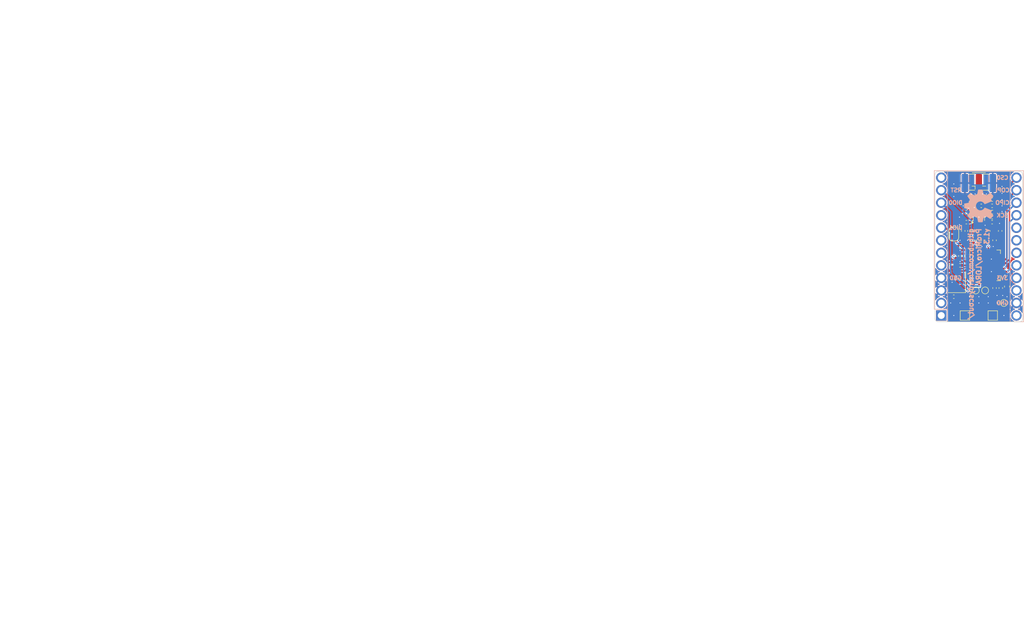
<source format=kicad_pcb>
(kicad_pcb (version 20240108) (generator "pcbnew") (generator_version "8.0")
  (title_block (title "ProMicro_LORA") (date "2025-01-05") (rev "v1.3") (company "Stefan Herold") (comment 1 "CERN-OHL-S-2.0"))
  (layers (0 "F.Cu" mixed) (1 "In1.Cu" power) (2 "In2.Cu" power) (31 "B.Cu" mixed) (34 "B.Paste" user) (35 "F.Paste" user) (36 "B.SilkS" user "B.Silkscreen") (37 "F.SilkS" user "F.Silkscreen") (38 "B.Mask" user) (39 "F.Mask" user) (44 "Edge.Cuts" user))
  (net 0 "")
  (net 1 "GND")
  (net 3 "RFO_HF")
  (net 4 "Net-(C3-Pad1)")
  (net 6 "Net-(C12-Pad2)")
  (net 7 "Net-(C6-Pad1)")
  (net 11 "Net-(C10-Pad1)")
  (net 14 "+3V3")
  (net 17 "VR_PA")
  (net 18 "RFI-HF")
  (net 23 "Net-(U1-XTB)")
  (net 24 "CS0")
  (net 25 "COPI")
  (net 26 "CIPO")
  (net 27 "SCK")
  (net 28 "DIO1")
  (net 29 "DIO0")
  (net 30 "RFRST")
  (net 31 "Net-(U1-XTA)")
  (net 32 "Net-(U2-J2)")
  (net 33 "Net-(U2-J3)")
  (net 34 "Net-(U2-J1)")
  (net 35 "Net-(J1-Pin_1)")
  (net 36 "Net-(U2-V1)")
  (net 37 "Net-(U1-VR_DIG)")
  (net 38 "Net-(U1-VR_ANA)")
  (net 39 "Net-(JP1-A)")
  (net 40 "Net-(U1-RXTX{slash}RF_MOD)")
  (net 41 "Net-(U1-DIO2)")
  (net 42 "Net-(U1-DIO3)")
  (net 43 "Net-(U1-DIO5)")
  (footprint "Capacitor_SMD:C_0402_1005Metric" (layer "F.Cu") (at 221.015 77.945 180)
    (property "Reference" "C11" (hide yes))
    (property "Value" "DNP" (hide yes))
    (pad "1" smd roundrect (at -0.48 0 180) (size 0.56 0.62) (layers "F.Cu" "F.Paste" "F.Mask") (net 35 "Net-(J1-Pin_1)"))
    (pad "2" smd roundrect (at 0.48 0 180) (size 0.56 0.62) (layers "F.Cu" "F.Paste" "F.Mask") (net 1 "GND"))
  )
  (footprint "Inductor_SMD:L_0402_1005Metric" (layer "F.Cu") (at 223.555 84.295 -90)
    (property "Reference" "L2" (hide yes))
    (property "Value" "10nH" (hide yes))
    (pad "1" smd roundrect (at -0.485 0 270) (size 0.59 0.64) (layers "F.Cu" "F.Paste" "F.Mask") (net 4 "Net-(C3-Pad1)"))
    (pad "2" smd roundrect (at 0.485 0 270) (size 0.59 0.64) (layers "F.Cu" "F.Paste" "F.Mask") (net 6 "Net-(C12-Pad2)"))
  )
  (footprint "Inductor_SMD:L_0402_1005Metric" (layer "F.Cu") (at 222.285 84.295 90)
    (property "Reference" "L4" (hide yes))
    (property "Value" "6.2nH" (hide yes))
    (pad "1" smd roundrect (at -0.485 0 90) (size 0.59 0.64) (layers "F.Cu" "F.Paste" "F.Mask") (net 6 "Net-(C12-Pad2)"))
    (pad "2" smd roundrect (at 0.485 0 90) (size 0.59 0.64) (layers "F.Cu" "F.Paste" "F.Mask") (net 33 "Net-(U2-J3)"))
  )
  (footprint "Resistor_SMD:R_0402_1005Metric" (layer "F.Cu") (at 225.61 80.485 180)
    (property "Reference" "R1" (hide yes))
    (property "Value" "1k" (hide yes))
    (pad "1" smd roundrect (at -0.51 0 180) (size 0.54 0.64) (layers "F.Cu" "F.Paste" "F.Mask") (net 40 "Net-(U1-RXTX{slash}RF_MOD)"))
    (pad "2" smd roundrect (at 0.51 0 180) (size 0.54 0.64) (layers "F.Cu" "F.Paste" "F.Mask") (net 36 "Net-(U2-V1)"))
  )
  (footprint "Capacitor_SMD:C_0402_1005Metric" (layer "F.Cu") (at 219.745 84.295 90)
    (property "Reference" "C5" (hide yes))
    (property "Value" "4.7pF" (hide yes))
    (pad "1" smd roundrect (at -0.48 0 90) (size 0.56 0.62) (layers "F.Cu" "F.Paste" "F.Mask") (net 6 "Net-(C12-Pad2)"))
    (pad "2" smd roundrect (at 0.48 0 90) (size 0.56 0.62) (layers "F.Cu" "F.Paste" "F.Mask") (net 1 "GND"))
  )
  (footprint "Inductor_SMD:L_0402_1005Metric" (layer "F.Cu") (at 226.095 84.295 90)
    (property "Reference" "L3" (hide yes))
    (property "Value" "10nH" (hide yes))
    (pad "1" smd roundrect (at -0.485 0 90) (size 0.59 0.64) (layers "F.Cu" "F.Paste" "F.Mask") (net 18 "RFI-HF"))
    (pad "2" smd roundrect (at 0.485 0 90) (size 0.59 0.64) (layers "F.Cu" "F.Paste" "F.Mask") (net 7 "Net-(C6-Pad1)"))
  )
  (footprint "Capacitor_SMD:C_0402_1005Metric" (layer "F.Cu") (at 225.61 77.945)
    (property "Reference" "C10" (hide yes))
    (property "Value" "DNP" (hide yes))
    (pad "1" smd roundrect (at -0.48 0) (size 0.56 0.62) (layers "F.Cu" "F.Paste" "F.Mask") (net 11 "Net-(C10-Pad1)"))
    (pad "2" smd roundrect (at 0.48 0) (size 0.56 0.62) (layers "F.Cu" "F.Paste" "F.Mask") (net 1 "GND"))
  )
  (footprint "Package_TO_SOT_SMD:SOT-363_SC-70-6" (layer "F.Cu") (at 222.92 81.501 90)
    (property "Reference" "U2" (hide yes))
    (property "Value" "AS179-92LF" (hide yes))
    (pad "1" smd roundrect (at -0.95 -0.65 90) (size 0.65 0.4) (layers "F.Cu" "F.Paste" "F.Mask") (net 33 "Net-(U2-J3)"))
    (pad "2" smd roundrect (at -0.95 0 90) (size 0.65 0.4) (layers "F.Cu" "F.Paste" "F.Mask") (net 1 "GND"))
    (pad "3" smd roundrect (at -0.95 0.65 90) (size 0.65 0.4) (layers "F.Cu" "F.Paste" "F.Mask") (net 32 "Net-(U2-J2)"))
    (pad "4" smd roundrect (at 0.95 0.65 90) (size 0.65 0.4) (layers "F.Cu" "F.Paste" "F.Mask") (net 36 "Net-(U2-V1)"))
    (pad "5" smd roundrect (at 0.95 0 90) (size 0.65 0.4) (layers "F.Cu" "F.Paste" "F.Mask") (net 34 "Net-(U2-J1)"))
    (pad "6" smd roundrect (at 0.95 -0.65 90) (size 0.65 0.4) (layers "F.Cu" "F.Paste" "F.Mask") (net 14 "+3V3"))
  )
  (footprint "Capacitor_SMD:C_0402_1005Metric" (layer "F.Cu") (at 225.61 82.517)
    (property "Reference" "C7" (hide yes))
    (property "Value" "47pF" (hide yes))
    (pad "1" smd roundrect (at -0.48 0) (size 0.56 0.62) (layers "F.Cu" "F.Paste" "F.Mask") (net 32 "Net-(U2-J2)"))
    (pad "2" smd roundrect (at 0.48 0) (size 0.56 0.62) (layers "F.Cu" "F.Paste" "F.Mask") (net 7 "Net-(C6-Pad1)"))
  )
  (footprint "TestPoint:TestPoint_Pad_D1.0mm" (layer "F.Cu") (at 228 98.9)
    (property "Reference" "TP4" (hide yes))
    (property "Value" "DIO5")
    (pad "1" smd circle (at 0 0) (size 1 1) (layers "F.Cu" "F.Mask") (net 43 "Net-(U1-DIO5)"))
  )
  (footprint "Capacitor_SMD:C_0402_1005Metric" (layer "F.Cu") (at 222.793 86.2 90)
    (property "Reference" "C15" (hide yes))
    (property "Value" "47p" (hide yes))
    (pad "1" smd roundrect (at -0.48 0 90) (size 0.56 0.62) (layers "F.Cu" "F.Paste" "F.Mask") (net 14 "+3V3"))
    (pad "2" smd roundrect (at 0.48 0 90) (size 0.56 0.62) (layers "F.Cu" "F.Paste" "F.Mask") (net 1 "GND"))
  )
  (footprint "Capacitor_SMD:C_0402_1005Metric" (layer "F.Cu") (at 220.38 82.517 180)
    (property "Reference" "C8" (hide yes))
    (property "Value" "1.8pF" (hide yes))
    (pad "1" smd roundrect (at -0.48 0 180) (size 0.56 0.62) (layers "F.Cu" "F.Paste" "F.Mask") (net 33 "Net-(U2-J3)"))
    (pad "2" smd roundrect (at 0.48 0 180) (size 0.56 0.62) (layers "F.Cu" "F.Paste" "F.Mask") (net 1 "GND"))
  )
  (footprint "Capacitor_SMD:C_0402_1005Metric" (layer "F.Cu") (at 221.65 86.2 -90)
    (property "Reference" "C16" (hide yes))
    (property "Value" "100n" (hide yes))
    (pad "1" smd roundrect (at -0.48 0 270) (size 0.56 0.62) (layers "F.Cu" "F.Paste" "F.Mask") (net 1 "GND"))
    (pad "2" smd roundrect (at 0.48 0 270) (size 0.56 0.62) (layers "F.Cu" "F.Paste" "F.Mask") (net 14 "+3V3"))
  )
  (footprint "TestPoint:TestPoint_Pad_D1.0mm" (layer "F.Cu") (at 224.19 96.36)
    (property "Reference" "TP3" (hide yes))
    (property "Value" "DIO3")
    (pad "1" smd circle (at 0 0) (size 1 1) (layers "F.Cu" "F.Mask") (net 42 "Net-(U1-DIO3)"))
  )
  (footprint "Capacitor_SMD:C_0402_1005Metric" (layer "F.Cu") (at 218.475 89.375 90)
    (property "Reference" "C18" (hide yes))
    (property "Value" "47p" (hide yes))
    (pad "1" smd roundrect (at -0.48 0 90) (size 0.56 0.62) (layers "F.Cu" "F.Paste" "F.Mask") (net 14 "+3V3"))
    (pad "2" smd roundrect (at 0.48 0 90) (size 0.56 0.62) (layers "F.Cu" "F.Paste" "F.Mask") (net 1 "GND"))
  )
  (footprint "Capacitor_SMD:C_0402_1005Metric" (layer "F.Cu") (at 225.61 79.215)
    (property "Reference" "C13" (hide yes))
    (property "Value" "1nF" (hide yes))
    (pad "1" smd roundrect (at -0.48 0) (size 0.56 0.62) (layers "F.Cu" "F.Paste" "F.Mask") (net 36 "Net-(U2-V1)"))
    (pad "2" smd roundrect (at 0.48 0) (size 0.56 0.62) (layers "F.Cu" "F.Paste" "F.Mask") (net 1 "GND"))
  )
  (footprint "Capacitor_SMD:C_0402_1005Metric" (layer "F.Cu") (at 217.84 97.63 180)
    (property "Reference" "C1" (hide yes))
    (property "Value" "15p" (hide yes))
    (pad "1" smd roundrect (at -0.48 0 180) (size 0.56 0.62) (layers "F.Cu" "F.Paste" "F.Mask") (net 23 "Net-(U1-XTB)"))
    (pad "2" smd roundrect (at 0.48 0 180) (size 0.56 0.62) (layers "F.Cu" "F.Paste" "F.Mask") (net 1 "GND"))
  )
  (footprint "Capacitor_SMD:C_0402_1005Metric" (layer "F.Cu") (at 226.095 86.2 90)
    (property "Reference" "C2" (hide yes))
    (property "Value" "1.5pF" (hide yes))
    (pad "1" smd roundrect (at -0.48 0 90) (size 0.56 0.62) (layers "F.Cu" "F.Paste" "F.Mask") (net 1 "GND"))
    (pad "2" smd roundrect (at 0.48 0 90) (size 0.56 0.62) (layers "F.Cu" "F.Paste" "F.Mask") (net 3 "RFO_HF"))
  )
  (footprint "Capacitor_SMD:C_0402_1005Metric" (layer "F.Cu") (at 219.11 91.28 180)
    (property "Reference" "C20" (hide yes))
    (property "Value" "100n" (hide yes))
    (pad "1" smd roundrect (at -0.48 0 180) (size 0.56 0.62) (layers "F.Cu" "F.Paste" "F.Mask") (net 37 "Net-(U1-VR_DIG)"))
    (pad "2" smd roundrect (at 0.48 0 180) (size 0.56 0.62) (layers "F.Cu" "F.Paste" "F.Mask") (net 1 "GND"))
  )
  (footprint "Capacitor_SMD:C_0402_1005Metric" (layer "F.Cu") (at 227.365 95.875 -90)
    (property "Reference" "C22" (hide yes))
    (property "Value" "1µ" (hide yes))
    (pad "1" smd roundrect (at -0.48 0 270) (size 0.56 0.62) (layers "F.Cu" "F.Paste" "F.Mask") (net 14 "+3V3"))
    (pad "2" smd roundrect (at 0.48 0 270) (size 0.56 0.62) (layers "F.Cu" "F.Paste" "F.Mask") (net 1 "GND"))
  )
  (footprint "Capacitor_SMD:C_0402_1005Metric" (layer "F.Cu") (at 219.11 87.47 180)
    (property "Reference" "C21" (hide yes))
    (property "Value" "100n" (hide yes))
    (pad "1" smd roundrect (at -0.48 0 180) (size 0.56 0.62) (layers "F.Cu" "F.Paste" "F.Mask") (net 38 "Net-(U1-VR_ANA)"))
    (pad "2" smd roundrect (at 0.48 0 180) (size 0.56 0.62) (layers "F.Cu" "F.Paste" "F.Mask") (net 1 "GND"))
  )
  (footprint "Capacitor_SMD:C_0402_1005Metric" (layer "F.Cu") (at 219.745 89.375 -90)
    (property "Reference" "C19" (hide yes))
    (property "Value" "100n" (hide yes))
    (pad "1" smd roundrect (at -0.48 0 270) (size 0.56 0.62) (layers "F.Cu" "F.Paste" "F.Mask") (net 1 "GND"))
    (pad "2" smd roundrect (at 0.48 0 270) (size 0.56 0.62) (layers "F.Cu" "F.Paste" "F.Mask") (net 14 "+3V3"))
  )
  (footprint "Capacitor_SMD:C_0402_1005Metric" (layer "F.Cu") (at 220.38 80.485 180)
    (property "Reference" "C14" (hide yes))
    (property "Value" "1nF" (hide yes))
    (pad "1" smd roundrect (at -0.48 0 180) (size 0.56 0.62) (layers "F.Cu" "F.Paste" "F.Mask") (net 14 "+3V3"))
    (pad "2" smd roundrect (at 0.48 0 180) (size 0.56 0.62) (layers "F.Cu" "F.Paste" "F.Mask") (net 1 "GND"))
  )
  (footprint "Capacitor_SMD:C_0402_1005Metric" (layer "F.Cu") (at 221.015 84.295 -90)
    (property "Reference" "C12" (hide yes))
    (property "Value" "1.2pF" (hide yes))
    (pad "1" smd roundrect (at -0.48 0 270) (size 0.56 0.62) (layers "F.Cu" "F.Paste" "F.Mask") (net 33 "Net-(U2-J3)"))
    (pad "2" smd roundrect (at 0.48 0 270) (size 0.56 0.62) (layers "F.Cu" "F.Paste" "F.Mask") (net 6 "Net-(C12-Pad2)"))
  )
  (footprint "Inductor_SMD:L_0402_1005Metric" (layer "F.Cu") (at 224.825 86.2 -90)
    (property "Reference" "L1" (hide yes))
    (property "Value" "33nH" (hide yes))
    (pad "1" smd roundrect (at -0.485 0 270) (size 0.59 0.64) (layers "F.Cu" "F.Paste" "F.Mask") (net 3 "RFO_HF"))
    (pad "2" smd roundrect (at 0.485 0 270) (size 0.59 0.64) (layers "F.Cu" "F.Paste" "F.Mask") (net 17 "VR_PA"))
  )
  (footprint "Capacitor_SMD:C_0402_1005Metric" (layer "F.Cu") (at 217.332 91.13 90)
    (property "Reference" "C4" (hide yes))
    (property "Value" "15p" (hide yes))
    (pad "1" smd roundrect (at -0.48 0 90) (size 0.56 0.62) (layers "F.Cu" "F.Paste" "F.Mask") (net 31 "Net-(U1-XTA)"))
    (pad "2" smd roundrect (at 0.48 0 90) (size 0.56 0.62) (layers "F.Cu" "F.Paste" "F.Mask") (net 1 "GND"))
  )
  (footprint "Capacitor_SMD:C_0603_1608Metric" (layer "F.Cu") (at 228.635 95.5725 -90)
    (property "Reference" "C23" (hide yes))
    (property "Value" "10µ" (hide yes))
    (pad "1" smd roundrect (at -0.775 0 270) (size 0.9 0.95) (layers "F.Cu" "F.Paste" "F.Mask") (net 14 "+3V3"))
    (pad "2" smd roundrect (at 0.775 0 270) (size 0.9 0.95) (layers "F.Cu" "F.Paste" "F.Mask") (net 1 "GND"))
  )
  (footprint "Capacitor_SMD:C_0402_1005Metric" (layer "F.Cu") (at 226.095 95.875 90)
    (property "Reference" "C17" (hide yes))
    (property "Value" "100n" (hide yes))
    (pad "1" smd roundrect (at -0.48 0 90) (size 0.56 0.62) (layers "F.Cu" "F.Paste" "F.Mask") (net 1 "GND"))
    (pad "2" smd roundrect (at 0.48 0 90) (size 0.56 0.62) (layers "F.Cu" "F.Paste" "F.Mask") (net 14 "+3V3"))
  )
  (footprint "Capacitor_SMD:C_0402_1005Metric" (layer "F.Cu") (at 223.405 79.215 180)
    (property "Reference" "C9" (hide yes))
    (property "Value" "47p" (hide yes))
    (pad "1" smd roundrect (at -0.48 0 180) (size 0.56 0.62) (layers "F.Cu" "F.Paste" "F.Mask") (net 11 "Net-(C10-Pad1)"))
    (pad "2" smd roundrect (at 0.48 0 180) (size 0.56 0.62) (layers "F.Cu" "F.Paste" "F.Mask") (net 34 "Net-(U2-J1)"))
  )
  (footprint "Capacitor_SMD:C_0402_1005Metric" (layer "F.Cu") (at 225.61 81.501 180)
    (property "Reference" "C6" (hide yes))
    (property "Value" "3.3pF" (hide yes))
    (pad "1" smd roundrect (at -0.48 0 180) (size 0.56 0.62) (layers "F.Cu" "F.Paste" "F.Mask") (net 7 "Net-(C6-Pad1)"))
    (pad "2" smd roundrect (at 0.48 0 180) (size 0.56 0.62) (layers "F.Cu" "F.Paste" "F.Mask") (net 1 "GND"))
  )
  (footprint "Capacitor_SMD:C_0402_1005Metric" (layer "F.Cu") (at 224.825 84.295 -90)
    (property "Reference" "C3" (hide yes))
    (property "Value" "33pF" (hide yes))
    (pad "1" smd roundrect (at -0.48 0 270) (size 0.56 0.62) (layers "F.Cu" "F.Paste" "F.Mask") (net 4 "Net-(C3-Pad1)"))
    (pad "2" smd roundrect (at 0.48 0 270) (size 0.56 0.62) (layers "F.Cu" "F.Paste" "F.Mask") (net 3 "RFO_HF"))
  )
  (footprint "TestPoint:TestPoint_Pad_D1.0mm" (layer "F.Cu") (at 222.285 96.36)
    (property "Reference" "TP2" (hide yes))
    (property "Value" "DIO2")
    (pad "1" smd circle (at 0 0) (size 1 1) (layers "F.Cu" "F.Mask") (net 41 "Net-(U1-DIO2)"))
  )
  (footprint "TestPoint:TestPoint_Pad_1.5x1.5mm" (layer "F.Cu") (at 220.09298 101.44)
    (property "Reference" "TP5" (hide yes))
    (property "Value" "TestPoint" (hide yes))
    (pad "1" smd rect (at 0 0) (size 1.5 1.5) (layers "F.Cu" "F.Mask") (net 1 "GND"))
  )
  (footprint "TestPoint:TestPoint_Pad_1.5x1.5mm" (layer "F.Cu") (at 225.7394 101.44)
    (property "Reference" "TP6" (hide yes))
    (property "Value" "TestPoint" (hide yes))
    (pad "1" smd rect (at 0 0) (size 1.5 1.5) (layers "F.Cu" "F.Mask") (net 1 "GND"))
  )
  (footprint "Capacitor_SMD:C_0402_1005Metric" (layer "F.Cu") (at 227.238 84.295 90)
    (property "Reference" "C24" (hide yes))
    (property "Value" "DNP" (hide yes))
    (pad "1" smd roundrect (at -0.48 0 90) (size 0.56 0.62) (layers "F.Cu" "F.Paste" "F.Mask") (net 18 "RFI-HF"))
    (pad "2" smd roundrect (at 0.48 0 90) (size 0.56 0.62) (layers "F.Cu" "F.Paste" "F.Mask") (net 1 "GND"))
  )
  (footprint "Capacitor_SMD:C_0402_1005Metric" (layer "F.Cu") (at 223.809 86.2 90)
    (property "Reference" "C25" (hide yes))
    (property "Value" "F" (hide yes))
    (pad "1" smd roundrect (at -0.48 0 90) (size 0.56 0.62) (layers "F.Cu" "F.Paste" "F.Mask") (net 17 "VR_PA"))
    (pad "2" smd roundrect (at 0.48 0 90) (size 0.56 0.62) (layers "F.Cu" "F.Paste" "F.Mask") (net 1 "GND"))
  )
  (footprint "Connector_Coaxial:U.FL_Hirose_U.FL-R-SMT-1_Vertical" (layer "F.Cu") (at 222.92 74.335 90)
    (property "Reference" "J1" (hide yes))
    (property "Value" "SMA" (hide yes))
    (pad "1" smd roundrect (at -1.05 0 90) (size 1.05 1) (layers "F.Cu" "F.Paste" "F.Mask") (net 35 "Net-(J1-Pin_1)"))
    (pad "2" smd roundrect (at 0.475 -1.475 90) (size 2.2 1.05) (layers "F.Cu" "F.Paste" "F.Mask") (roundrect_rratio 0.2380952381) (net 1 "GND"))
    (pad "2" smd roundrect (at 0.475 1.475 90) (size 2.2 1.05) (layers "F.Cu" "F.Paste" "F.Mask") (roundrect_rratio 0.2380952381) (net 1 "GND"))
    (zone (net 0) (net_name "") (layers "*.Cu") (connect_pads (clearance 0)) (min_thickness 0.25)
      (keepout (tracks not_allowed) (vias not_allowed) (pads not_allowed) (copperpour not_allowed) (footprints allowed))
      (fill (thermal_gap 0.5) (thermal_bridge_width 0.5))
      (polygon (pts (xy 221.97 72.76) (xy 221.97 74.85) (xy 223.87 74.85) (xy 223.87 72.76)))
    )
  )
  (footprint "Connector_Coaxial:SMA_Samtec_SMA-J-P-H-ST-EM1_EdgeMount" (layer "F.Cu") (at 222.92 74.335 90)
    (property "Reference" "J2" (hide yes))
    (property "Value" "COAX" (hide yes))
    (pad "1" smd roundrect (at 0 0 180) (size 1.27 3.2) (layers "F.Cu" "F.Mask") (roundrect_rratio 0.1968503937) (net 35 "Net-(J1-Pin_1)"))
    (pad "2" smd roundrect (at -0.25 -2.825 180) (size 1.35 3.7) (layers "F.Cu" "F.Mask") (roundrect_rratio 0.1851851852) (net 1 "GND"))
    (pad "2" smd roundrect (at -0.25 -2.825 180) (size 1.35 3.7) (layers "B.Cu" "B.Mask") (roundrect_rratio 0.1851851852) (net 1 "GND"))
    (pad "2" smd roundrect (at -0.25 2.825 180) (size 1.35 3.7) (layers "F.Cu" "F.Mask") (roundrect_rratio 0.1851851852) (net 1 "GND"))
    (pad "2" smd roundrect (at -0.25 2.825 180) (size 1.35 3.7) (layers "B.Cu" "B.Mask") (roundrect_rratio 0.1851851852) (net 1 "GND"))
  )
  (footprint "Inductor_SMD:L_0402_1005Metric" (layer "F.Cu") (at 223.405 77.945 180)
    (property "Reference" "L5" (hide yes))
    (property "Value" "0R" (hide yes))
    (pad "1" smd roundrect (at -0.485 0 180) (size 0.59 0.64) (layers "F.Cu" "F.Paste" "F.Mask") (net 11 "Net-(C10-Pad1)"))
    (pad "2" smd roundrect (at 0.485 0 180) (size 0.59 0.64) (layers "F.Cu" "F.Paste" "F.Mask") (net 35 "Net-(J1-Pin_1)"))
  )
  (footprint "Jumper:SolderJumper-2_P1.3mm_Open_RoundedPad1.0x1.5mm" (layer "F.Cu") (at 217.84 84.93 90)
    (property "Reference" "JP1" (hide yes))
    (property "Value" "SolderJumper_2_Open" (hide yes))
    (pad "1" smd custom (at -0.65 0 90) (size 1 0.5) (layers "F.Cu" "F.Mask") (net 39 "Net-(JP1-A)") (options (clearance outline) (anchor rect)) (primitives (gr_circle (center 0 0.25) (end 0.5 0.25) (width 0) (fill yes)) (gr_circle (center 0 -0.25) (end 0.5 -0.25) (width 0) (fill yes)) (gr_poly (pts (xy 0.5 0.75) (xy 0 0.75) (xy 0 -0.75) (xy 0.5 -0.75)) (width 0) (fill yes))))
    (pad "2" smd custom (at 0.65 0 90) (size 1 0.5) (layers "F.Cu" "F.Mask") (net 28 "DIO1") (options (clearance outline) (anchor rect)) (primitives (gr_circle (center 0 0.25) (end 0.5 0.25) (width 0) (fill yes)) (gr_circle (center 0 -0.25) (end 0.5 -0.25) (width 0) (fill yes)) (gr_poly (pts (xy 0 0.75) (xy -0.5 0.75) (xy -0.5 -0.75) (xy 0 -0.75)) (width 0) (fill yes))))
  )
  (footprint "Package_DFN_QFN:QFN-28-1EP_6x6mm_P0.65mm_EP4.8x4.8mm" (layer "F.Cu") (at 224.19 91.28)
    (property "Reference" "U1" (hide yes))
    (property "Value" "SX1276" (hide yes))
    (pad "1" smd roundrect (at -2.9875 -1.95) (size 0.775 0.3) (layers "F.Cu" "F.Paste" "F.Mask"))
    (pad "2" smd roundrect (at -2.9875 -1.3) (size 0.775 0.3) (layers "F.Cu" "F.Paste" "F.Mask") (net 38 "Net-(U1-VR_ANA)"))
    (pad "3" smd roundrect (at -2.9875 -0.65) (size 0.775 0.3) (layers "F.Cu" "F.Paste" "F.Mask") (net 14 "+3V3"))
    (pad "4" smd roundrect (at -2.9875 0) (size 0.775 0.3) (layers "F.Cu" "F.Paste" "F.Mask") (net 37 "Net-(U1-VR_DIG)"))
    (pad "5" smd roundrect (at -2.9875 0.65) (size 0.775 0.3) (layers "F.Cu" "F.Paste" "F.Mask") (net 31 "Net-(U1-XTA)"))
    (pad "6" smd roundrect (at -2.9875 1.3) (size 0.775 0.3) (layers "F.Cu" "F.Paste" "F.Mask") (net 23 "Net-(U1-XTB)"))
    (pad "7" smd roundrect (at -2.9875 1.95) (size 0.775 0.3) (layers "F.Cu" "F.Paste" "F.Mask") (net 30 "RFRST"))
    (pad "8" smd roundrect (at -1.95 2.9875) (size 0.3 0.775) (layers "F.Cu" "F.Paste" "F.Mask") (net 29 "DIO0"))
    (pad "9" smd roundrect (at -1.3 2.9875) (size 0.3 0.775) (layers "F.Cu" "F.Paste" "F.Mask") (net 39 "Net-(JP1-A)"))
    (pad "10" smd roundrect (at -0.65 2.9875) (size 0.3 0.775) (layers "F.Cu" "F.Paste" "F.Mask") (net 41 "Net-(U1-DIO2)"))
    (pad "11" smd roundrect (at 0 2.9875) (size 0.3 0.775) (layers "F.Cu" "F.Paste" "F.Mask") (net 42 "Net-(U1-DIO3)"))
    (pad "12" smd roundrect (at 0.65 2.9875) (size 0.3 0.775) (layers "F.Cu" "F.Paste" "F.Mask"))
    (pad "13" smd roundrect (at 1.3 2.9875) (size 0.3 0.775) (layers "F.Cu" "F.Paste" "F.Mask") (net 43 "Net-(U1-DIO5)"))
    (pad "14" smd roundrect (at 1.95 2.9875) (size 0.3 0.775) (layers "F.Cu" "F.Paste" "F.Mask") (net 14 "+3V3"))
    (pad "15" smd roundrect (at 2.9875 1.95) (size 0.775 0.3) (layers "F.Cu" "F.Paste" "F.Mask") (net 1 "GND"))
    (pad "16" smd roundrect (at 2.9875 1.3) (size 0.775 0.3) (layers "F.Cu" "F.Paste" "F.Mask") (net 27 "SCK"))
    (pad "17" smd roundrect (at 2.9875 0.65) (size 0.775 0.3) (layers "F.Cu" "F.Paste" "F.Mask") (net 26 "CIPO"))
    (pad "18" smd roundrect (at 2.9875 0) (size 0.775 0.3) (layers "F.Cu" "F.Paste" "F.Mask") (net 25 "COPI"))
    (pad "19" smd roundrect (at 2.9875 -0.65) (size 0.775 0.3) (layers "F.Cu" "F.Paste" "F.Mask") (net 24 "CS0"))
    (pad "20" smd roundrect (at 2.9875 -1.3) (size 0.775 0.3) (layers "F.Cu" "F.Paste" "F.Mask") (net 40 "Net-(U1-RXTX{slash}RF_MOD)"))
    (pad "21" smd roundrect (at 2.9875 -1.95) (size 0.775 0.3) (layers "F.Cu" "F.Paste" "F.Mask") (net 18 "RFI-HF"))
    (pad "22" smd roundrect (at 1.95 -2.9875) (size 0.3 0.775) (layers "F.Cu" "F.Paste" "F.Mask") (net 3 "RFO_HF"))
    (pad "23" smd roundrect (at 1.3 -2.9875) (size 0.3 0.775) (layers "F.Cu" "F.Paste" "F.Mask") (net 1 "GND"))
    (pad "24" smd roundrect (at 0.65 -2.9875) (size 0.3 0.775) (layers "F.Cu" "F.Paste" "F.Mask") (net 14 "+3V3"))
    (pad "25" smd roundrect (at 0 -2.9875) (size 0.3 0.775) (layers "F.Cu" "F.Paste" "F.Mask") (net 17 "VR_PA"))
    (pad "26" smd roundrect (at -0.65 -2.9875) (size 0.3 0.775) (layers "F.Cu" "F.Paste" "F.Mask") (net 1 "GND"))
    (pad "27" smd roundrect (at -1.3 -2.9875) (size 0.3 0.775) (layers "F.Cu" "F.Paste" "F.Mask"))
    (pad "28" smd roundrect (at -1.95 -2.9875) (size 0.3 0.775) (layers "F.Cu" "F.Paste" "F.Mask"))
    (pad "29" smd rect (at 0 0) (size 4.8 4.8) (property pad_prop_heatsink) (layers "F.Cu" "F.Mask") (net 1 "GND"))
  )
  (footprint "Crystal:Crystal_SMD_SeikoEpson_FA238V-4Pin_3.2x2.5mm" (layer "F.Cu") (at 218.475 94.709 90)
    (property "Reference" "Y1" (hide yes))
    (property "Value" "32Mhz" (hide yes))
    (pad "1" smd rect (at -1.2 0.95 90) (size 1.4 1.2) (layers "F.Cu" "F.Paste" "F.Mask") (net 23 "Net-(U1-XTB)"))
    (pad "2" smd rect (at 1.2 0.95 90) (size 1.4 1.2) (layers "F.Cu" "F.Paste" "F.Mask") (net 1 "GND"))
    (pad "3" smd rect (at 1.2 -0.95 90) (size 1.4 1.2) (layers "F.Cu" "F.Paste" "F.Mask") (net 31 "Net-(U1-XTA)"))
    (pad "4" smd rect (at -1.2 -0.95 90) (size 1.4 1.2) (layers "F.Cu" "F.Paste" "F.Mask") (net 1 "GND"))
  )
  (footprint "Symbol:OSHW-Symbol_6.7x6mm_SilkScreen" (layer "B.Cu") (at 222.92 79.215 -90)
    (property "Reference" "LOGO1" (hide yes))
    (property "Value" "Logo_Open_Hardware_Small" (hide yes))
  )
  (footprint "Module:Sparkfun_Pro_Micro" (layer "B.Cu") (at 215.3 101.44)
    (property "Reference" "A1" (hide yes))
    (property "Value" "Sparkfun_Pro_Micro")
    (pad "1" thru_hole rect (at 0 0) (size 2.1 2.1) (drill 1.4) (layers "*.Cu" "*.Mask"))
    (pad "2" thru_hole circle (at 0 -2.54) (size 2.1 2.1) (drill 1.4) (layers "*.Cu" "*.Mask"))
    (pad "3" thru_hole circle (at 0 -5.08) (size 2.1 2.1) (drill 1.4) (layers "*.Cu" "*.Mask") (net 1 "GND"))
    (pad "4" thru_hole circle (at 0 -7.62) (size 2.1 2.1) (drill 1.4) (layers "*.Cu" "*.Mask") (net 1 "GND"))
    (pad "5" thru_hole circle (at 0 -10.16) (size 2.1 2.1) (drill 1.4) (layers "*.Cu" "*.Mask"))
    (pad "6" thru_hole circle (at 0 -12.7) (size 2.1 2.1) (drill 1.4) (layers "*.Cu" "*.Mask"))
    (pad "7" thru_hole circle (at 0 -15.24) (size 2.1 2.1) (drill 1.4) (layers "*.Cu" "*.Mask"))
    (pad "8" thru_hole circle (at 0 -17.78) (size 2.1 2.1) (drill 1.4) (layers "*.Cu" "*.Mask") (net 28 "DIO1"))
    (pad "9" thru_hole circle (at 0 -20.32) (size 2.1 2.1) (drill 1.4) (layers "*.Cu" "*.Mask"))
    (pad "10" thru_hole circle (at 0 -22.86) (size 2.1 2.1) (drill 1.4) (layers "*.Cu" "*.Mask") (net 29 "DIO0"))
    (pad "11" thru_hole circle (at 0 -25.4) (size 2.1 2.1) (drill 1.4) (layers "*.Cu" "*.Mask") (net 30 "RFRST"))
    (pad "12" thru_hole circle (at 0 -27.94) (size 2.1 2.1) (drill 1.4) (layers "*.Cu" "*.Mask"))
    (pad "13" thru_hole circle (at 15.24 -27.94) (size 2.1 2.1) (drill 1.4) (layers "*.Cu" "*.Mask") (net 24 "CS0"))
    (pad "14" thru_hole circle (at 15.24 -25.4) (size 2.1 2.1) (drill 1.4) (layers "*.Cu" "*.Mask") (net 25 "COPI"))
    (pad "15" thru_hole circle (at 15.24 -22.86) (size 2.1 2.1) (drill 1.4) (layers "*.Cu" "*.Mask") (net 26 "CIPO"))
    (pad "16" thru_hole circle (at 15.24 -20.32) (size 2.1 2.1) (drill 1.4) (layers "*.Cu" "*.Mask") (net 27 "SCK"))
    (pad "17" thru_hole circle (at 15.24 -17.78) (size 2.1 2.1) (drill 1.4) (layers "*.Cu" "*.Mask"))
    (pad "18" thru_hole circle (at 15.24 -15.24) (size 2.1 2.1) (drill 1.4) (layers "*.Cu" "*.Mask"))
    (pad "19" thru_hole circle (at 15.24 -12.7) (size 2.1 2.1) (drill 1.4) (layers "*.Cu" "*.Mask"))
    (pad "20" thru_hole circle (at 15.24 -10.16) (size 2.1 2.1) (drill 1.4) (layers "*.Cu" "*.Mask"))
    (pad "21" thru_hole circle (at 15.24 -7.62) (size 2.1 2.1) (drill 1.4) (layers "*.Cu" "*.Mask") (net 14 "+3V3"))
    (pad "22" thru_hole circle (at 15.24 -5.08) (size 2.1 2.1) (drill 1.4) (layers "*.Cu" "*.Mask"))
    (pad "23" thru_hole circle (at 15.24 -2.54) (size 2.1 2.1) (drill 1.4) (layers "*.Cu" "*.Mask") (net 1 "GND"))
    (pad "24" thru_hole circle (at 15.24 0) (size 2.1 2.1) (drill 1.4) (layers "*.Cu" "*.Mask"))
  )
  (gr_line (start 231.81 72.865) (end 231.81 102.075) (stroke (width 0.1)) (layer "Edge.Cuts"))
  (gr_line (start 214.03 72.865) (end 214.03 102.075) (stroke (width 0.1)) (layer "Edge.Cuts"))
  (gr_arc (start 214.665 102.71) (mid 214.215987 102.524013) (end 214.03 102.075) (stroke (width 0.1)) (layer "Edge.Cuts"))
  (gr_arc (start 231.175 72.23) (mid 231.624013 72.415987) (end 231.81 72.865) (stroke (width 0.1)) (layer "Edge.Cuts"))
  (gr_line (start 214.665 72.23) (end 231.175 72.23) (stroke (width 0.1)) (layer "Edge.Cuts"))
  (gr_arc (start 231.81 102.075) (mid 231.624013 102.524013) (end 231.175 102.71) (stroke (width 0.1)) (layer "Edge.Cuts"))
  (gr_arc (start 214.03 72.865) (mid 214.215987 72.415987) (end 214.665 72.23) (stroke (width 0.1)) (layer "Edge.Cuts"))
  (gr_line (start 231.175 102.71) (end 214.665 102.71) (stroke (width 0.1)) (layer "Edge.Cuts"))
  (gr_text "3V3" (at 227.7 93.84 0) (layer "B.SilkS") (effects (font (size 0.8 0.8) (thickness 0.2)) (justify mirror)))
  (gr_text "SCK" (at 227.7 81.14 0) (layer "B.SilkS") (effects (font (size 0.8 0.8) (thickness 0.2)) (justify mirror)))
  (gr_text "CIPO" (at 227.7 78.58 0) (layer "B.SilkS") (effects (font (size 0.8 0.8) (thickness 0.2)) (justify mirror)))
  (gr_text "COPI" (at 227.7 76.04 0) (layer "B.SilkS") (effects (font (size 0.8 0.8) (thickness 0.2)) (justify mirror)))
  (gr_text "CS0" (at 227.7 73.5 0) (layer "B.SilkS") (effects (font (size 0.8 0.8) (thickness 0.2)) (justify mirror)))
  (gr_text "RST" (at 218.3 76.04 0) (layer "B.SilkS") (effects (font (size 0.8 0.8) (thickness 0.2)) (justify mirror)))
  (gr_text "DIO0" (at 218.2 78.58 0) (layer "B.SilkS") (effects (font (size 0.8 0.8) (thickness 0.2)) (justify mirror)))
  (gr_text "DIO1" (at 218.2 83.64 0) (layer "B.SilkS") (effects (font (size 0.8 0.8) (thickness 0.2)) (justify mirror)))
  (gr_text "GND" (at 218.2 93.84 0) (layer "B.SilkS") (effects (font (size 0.8 0.8) (thickness 0.2)) (justify mirror)))
  (gr_text "github.com/nerdyscout/\nProMicro/LORA\nv1.3" (at 222.92 83.66 90) (layer "B.SilkS") (effects (font (size 1 1) (thickness 0.25)) (justify left mirror)))
  (gr_text "GND" (at 227.7 98.9 0) (layer "B.SilkS") (effects (font (size 0.8 0.8) (thickness 0.2)) (justify mirror)))
  (segment (start 223.809 85.715) (end 222.816 85.715) (width 0.35) (layer "F.Cu") (net 1))
  (segment (start 222.793 85.715) (end 221.673 85.715) (width 0.35) (layer "F.Cu") (net 1))
  (segment (start 221.673 85.715) (end 221.65 85.692) (width 0.35) (layer "F.Cu") (net 1))
  (via (at 225.836216 87.449384) (size 0.45) (drill 0.2) (layers "F.Cu" "B.Cu") (net 1))
  (via (at 219.11 98.9) (size 0.45) (drill 0.2) (layers "F.Cu" "B.Cu") (net 1))
  (via (at 226.603 97.376) (size 0.45) (drill 0.2) (layers "F.Cu" "B.Cu") (net 1))
  (via (at 222.158 76.802) (size 0.45) (drill 0.2) (layers "F.Cu" "B.Cu") (net 1))
  (via (at 219.745 79.215) (size 0.45) (drill 0.2) (layers "F.Cu" "B.Cu") (net 1))
  (via (at 220.634 86.2) (size 0.45) (drill 0.2) (layers "F.Cu" "B.Cu") (net 1))
  (via (at 223.682 76.802) (size 0.45) (drill 0.2) (layers "F.Cu" "B.Cu") (net 1))
  (via (at 216.443 82.39) (size 0.45) (drill 0.2) (layers "F.Cu" "B.Cu") (net 1))
  (via (at 219.11 90.518) (size 0.45) (drill 0.2) (layers "F.Cu" "B.Cu") (net 1))
  (via (at 221.396 76.802) (size 0.45) (drill 0.2) (layers "F.Cu" "B.Cu") (net 1))
  (via (at 224.444 76.802) (size 0.45) (drill 0.2) (layers "F.Cu" "B.Cu") (net 1))
  (via (at 227.746 97.376) (size 0.45) (drill 0.2) (layers "F.Cu" "B.Cu") (net 1))
  (via (at 221.777 81.501) (size 0.45) (drill 0.2) (layers "F.Cu" "B.Cu") (net 1))
  (via (at 222.92 92.55) (size 0.45) (drill 0.2) (layers "F.Cu" "B.Cu") (net 1))
  (via (at 217.84 101.44) (size 0.45) (drill 0.2) (layers "F.Cu" "B.Cu") (net 1))
  (via (at 228.1905 93.2485) (size 0.45) (drill 0.2) (layers "F.Cu" "B.Cu") (net 1))
  (via (at 222.5644 87.47) (size 0.45) (drill 0.2) (layers "F.Cu" "B.Cu") (net 1))
  (via (at 224.19 81.501) (size 0.45) (drill 0.2) (layers "F.Cu" "B.Cu") (net 1))
  (via (at 222.92 90.01) (size 0.45) (drill 0.2) (layers "F.Cu" "B.Cu") (net 1))
  (via (at 227.619 76.675) (size 0.45) (drill 0.2) (layers "F.Cu" "B.Cu") (net 1))
  (via (at 227.619 80.358) (size 0.45) (drill 0.2) (layers "F.Cu" "B.Cu") (net 1))
  (via (at 221.015 98.9) (size 0.45) (drill 0.2) (layers "F.Cu" "B.Cu") (net 1))
  (via (at 228 101.44) (size 0.45) (drill 0.2) (layers "F.Cu" "B.Cu") (net 1))
  (via (at 222.92 97.63) (size 0.45) (drill 0.2) (layers "F.Cu" "B.Cu") (net 1))
  (via (at 226.73 98.9) (size 0.45) (drill 0.2) (layers "F.Cu" "B.Cu") (net 1))
  (via (at 224.825 98.9) (size 0.45) (drill 0.2) (layers "F.Cu" "B.Cu") (net 1))
  (via (at 222.92 98.9) (size 0.45) (drill 0.2) (layers "F.Cu" "B.Cu") (net 1))
  (via (at 227.619 77.945) (size 0.45) (drill 0.2) (layers "F.Cu" "B.Cu") (net 1))
  (via (at 218.983 83.025) (size 0.45) (drill 0.2) (layers "F.Cu" "B.Cu") (net 1))
  (via (at 222 79.54) (size 0.45) (drill 0.2) (layers "F.Cu" "B.Cu") (net 1))
  (via (at 216.443 84.93) (size 0.45) (drill 0.2) (layers "F.Cu" "B.Cu") (net 1))
  (via (at 217.84 77.31) (size 0.45) (drill 0.2) (layers "F.Cu" "B.Cu") (net 1))
  (via (at 224.19 83.152) (size 0.45) (drill 0.2) (layers "F.Cu" "B.Cu") (net 1))
  (via (at 229.27 100.17) (size 0.45) (drill 0.2) (layers "F.Cu" "B.Cu") (net 1))
  (via (at 217.205 98.9) (size 0.45) (drill 0.2) (layers "F.Cu" "B.Cu") (net 1))
  (via (at 227.619 75.278) (size 0.45) (drill 0.2) (layers "F.Cu" "B.Cu") (net 1))
  (via (at 227.619 79.215) (size 0.45) (drill 0.2) (layers "F.Cu" "B.Cu") (net 1))
  (via (at 217.5 94.709) (size 0.45) (drill 0.2) (layers "F.Cu" "B.Cu") (net 1))
  (via (at 228.635 97.63) (size 0.45) (drill 0.2) (layers "F.Cu" "B.Cu") (net 1))
  (via (at 225.46 92.55) (size 0.45) (drill 0.2) (layers "F.Cu" "B.Cu") (net 1))
  (via (at 224.825 97.63) (size 0.45) (drill 0.2) (layers "F.Cu" "B.Cu") (net 1))
  (via (at 225.46 90.01) (size 0.45) (drill 0.2) (layers "F.Cu" "B.Cu") (net 1))
  (via (at 221.015 97.63) (size 0.45) (drill 0.2) (layers "F.Cu" "B.Cu") (net 1))
  (via (at 216.443 97.63) (size 0.45) (drill 0.2) (layers "F.Cu" "B.Cu") (net 1))
  (via (at 222.92 81.501) (size 0.45) (drill 0.2) (layers "F.Cu" "B.Cu") (net 1))
  (via (at 216.443 90.01) (size 0.45) (drill 0.2) (layers "F.Cu" "B.Cu") (net 1))
  (via (at 227.111 82.771) (size 0.45) (drill 0.2) (layers "F.Cu" "B.Cu") (net 1))
  (via (at 216.443 87.47) (size 0.45) (drill 0.2) (layers "F.Cu" "B.Cu") (net 1))
  (via (at 223.555 87.47) (size 0.45) (drill 0.2) (layers "F.Cu" "B.Cu") (net 1))
  (via (at 217.84 74.77) (size 0.45) (drill 0.2) (layers "F.Cu" "B.Cu") (net 1))
  (via (at 219.11 88.232) (size 0.45) (drill 0.2) (layers "F.Cu" "B.Cu") (net 1))
  (via (at 219.11 86.2) (size 0.45) (drill 0.2) (layers "F.Cu" "B.Cu") (net 1))
  (via (at 218.983 81.501) (size 0.45) (drill 0.2) (layers "F.Cu" "B.Cu") (net 1))
  (segment (start 226.5625 85.715) (end 226.8 85.9525) (width 0.35) (layer "F.Cu") (net 3))
  (segment (start 226.095 85.715) (end 226.5625 85.715) (width 0.35) (layer "F.Cu") (net 3))
  (segment (start 224.825 85.715) (end 224.825 84.93) (width 0.35) (layer "F.Cu") (net 3))
  (segment (start 226.8 88.035) (end 226.5425 88.2925) (width 0.35) (layer "F.Cu") (net 3))
  (segment (start 226.095 85.715) (end 225.31 85.715) (width 0.35) (layer "F.Cu") (net 3))
  (segment (start 224.825 85.715) (end 225.31 85.715) (width 0.35) (layer "F.Cu") (net 3))
  (segment (start 226.5425 88.2925) (end 226.14 88.2925) (width 0.35) (layer "F.Cu") (net 3))
  (segment (start 226.8 85.9525) (end 226.8 88.035) (width 0.35) (layer "F.Cu") (net 3))
  (segment (start 224.825 83.81) (end 224.34 83.81) (width 0.35) (layer "F.Cu") (net 4))
  (segment (start 223.555 83.81) (end 224.34 83.81) (width 0.35) (layer "F.Cu") (net 4))
  (segment (start 221.015 84.78) (end 221.8 84.78) (width 0.35) (layer "F.Cu") (net 6))
  (segment (start 222.285 84.78) (end 223.07 84.78) (width 0.35) (layer "F.Cu") (net 6))
  (segment (start 222.285 84.78) (end 221.8 84.78) (width 0.35) (layer "F.Cu") (net 6))
  (segment (start 219.745 84.78) (end 220.23 84.78) (width 0.35) (layer "F.Cu") (net 6))
  (segment (start 221.015 84.78) (end 220.23 84.78) (width 0.35) (layer "F.Cu") (net 6))
  (segment (start 223.555 84.78) (end 223.07 84.78) (width 0.35) (layer "F.Cu") (net 6))
  (segment (start 226.095 83.81) (end 226.095 83.152) (width 0.35) (layer "F.Cu") (net 7))
  (segment (start 226.095 82.517) (end 226.095 83.152) (width 0.35) (layer "F.Cu") (net 7))
  (segment (start 226.095 81.501) (end 226.095 82.517) (width 0.35) (layer "F.Cu") (net 7))
  (segment (start 225.125 77.945) (end 224.571 77.945) (width 0.35) (layer "F.Cu") (net 11))
  (segment (start 223.89 77.945) (end 224.571 77.945) (width 0.35) (layer "F.Cu") (net 11))
  (segment (start 223.89 77.945) (end 223.89 78.626) (width 0.35) (layer "F.Cu") (net 11))
  (segment (start 223.89 79.215) (end 223.89 78.626) (width 0.35) (layer "F.Cu") (net 11))
  (segment (start 222.2318 86.685) (end 222.135 86.685) (width 0.35) (layer "F.Cu") (net 14))
  (segment (start 220.29 90.63) (end 219.745 90.085) (width 0.3) (layer "F.Cu") (net 14))
  (segment (start 224.84 88.2925) (end 224.84 87.485) (width 0.3) (layer "F.Cu") (net 14))
  (segment (start 218.475 89.855) (end 218.195 89.855) (width 0.4) (layer "F.Cu") (net 14))
  (segment (start 219.745 89.86) (end 219.4124 89.86) (width 0.35) (layer "F.Cu") (net 14))
  (segment (start 218.195 89.855) (end 217.88 89.54) (width 0.4) (layer "F.Cu") (net 14))
  (segment (start 222.793 86.685) (end 222.2318 86.685) (width 0.35) (layer "F.Cu") (net 14))
  (segment (start 218.475 89.86) (end 219.1584 89.86) (width 0.35) (layer "F.Cu") (net 14))
  (segment (start 222.27 80.551) (end 221.666 80.551) (width 0.4) (layer "F.Cu") (net 14))
  (segment (start 224.84 87.485) (end 224.825 87.47) (width 0.35) (layer "F.Cu") (net 14))
  (segment (start 221.65 86.685) (end 222.135 86.685) (width 0.35) (layer "F.Cu") (net 14))
  (segment (start 220.86 79.7) (end 220.86 80.485) (width 0.4) (layer "F.Cu") (net 14))
  (segment (start 221.2025 90.63) (end 220.29 90.63) (width 0.3) (layer "F.Cu") (net 14))
  (segment (start 219.745 90.085) (end 219.745 89.86) (width 0.3) (layer "F.Cu") (net 14))
  (segment (start 221.6 80.485) (end 220.865 80.485) (width 0.4) (layer "F.Cu") (net 14))
  (segment (start 221.666 80.551) (end 221.6 80.485) (width 0.4) (layer "F.Cu") (net 14))
  (segment (start 219.1584 89.86) (end 219.4124 89.86) (width 0.35) (layer "F.Cu") (net 14))
  (via (at 224.825 87.47) (size 0.45) (drill 0.2) (layers "F.Cu" "B.Cu") (net 14))
  (via (at 217.88 89.54) (size 0.6) (drill 0.3) (layers "F.Cu" "B.Cu") (net 14))
  (via (at 220.86 79.7) (size 0.45) (drill 0.2) (layers "F.Cu" "B.Cu") (net 14))
  (via (at 222.2318 86.685) (size 0.45) (drill 0.2) (layers "F.Cu" "B.Cu") (net 14))
  (segment (start 224.19 88.2925) (end 224.19 87.216) (width 0.3) (layer "F.Cu") (net 17))
  (segment (start 224.19 87.1525) (end 224.19 87.216) (width 0.35) (layer "F.Cu") (net 17))
  (segment (start 224.721 86.685) (end 224.19 87.216) (width 0.35) (layer "F.Cu") (net 17))
  (segment (start 223.809 86.685) (end 223.809 86.7715) (width 0.35) (layer "F.Cu") (net 17))
  (segment (start 223.809 86.7715) (end 224.19 87.1525) (width 0.35) (layer "F.Cu") (net 17))
  (segment (start 224.825 86.685) (end 224.721 86.685) (width 0.35) (layer "F.Cu") (net 17))
  (segment (start 227.365 85.692) (end 227.365 88.613) (width 0.35) (layer "F.Cu") (net 18))
  (segment (start 227.1775 88.8005) (end 227.1775 89.33) (width 0.35) (layer "F.Cu") (net 18))
  (segment (start 227.365 88.613) (end 227.1775 88.8005) (width 0.35) (layer "F.Cu") (net 18))
  (segment (start 227.238 84.78) (end 227.238 85.565) (width 0.35) (layer "F.Cu") (net 18))
  (segment (start 226.095 84.78) (end 227.238 84.78) (width 0.35) (layer "F.Cu") (net 18))
  (segment (start 227.238 85.565) (end 227.365 85.692) (width 0.35) (layer "F.Cu") (net 18))
  (segment (start 220.196 95.909) (end 219.425 95.909) (width 0.3) (layer "F.Cu") (net 23))
  (segment (start 218.7925 97.63) (end 218.325 97.63) (width 0.35) (layer "F.Cu") (net 23))
  (segment (start 220.604 92.58) (end 220.38 92.804) (width 0.3) (layer "F.Cu") (net 23))
  (segment (start 220.38 92.804) (end 220.38 95.725) (width 0.3) (layer "F.Cu") (net 23))
  (segment (start 220.38 95.725) (end 220.196 95.909) (width 0.3) (layer "F.Cu") (net 23))
  (segment (start 219.425 95.909) (end 219.425 96.9975) (width 0.35) (layer "F.Cu") (net 23))
  (segment (start 221.2025 92.58) (end 220.604 92.58) (width 0.3) (layer "F.Cu") (net 23))
  (segment (start 219.425 96.9975) (end 218.7925 97.63) (width 0.35) (layer "F.Cu") (net 23))
  (segment (start 227.761 90.63) (end 228.6 89.791) (width 0.3) (layer "F.Cu") (net 24))
  (segment (start 228.6 75.4908) (end 230.54 73.5508) (width 0.3) (layer "F.Cu") (net 24))
  (segment (start 228.6 89.791) (end 228.6 75.4908) (width 0.3) (layer "F.Cu") (net 24))
  (segment (start 227.1775 90.63) (end 227.761 90.63) (width 0.3) (layer "F.Cu") (net 24))
  (segment (start 227.875822 91.28) (end 227.565 91.28) (width 0.3) (layer "F.Cu") (net 25))
  (segment (start 229.143 77.437) (end 229.143 90.012822) (width 0.3) (layer "F.Cu") (net 25))
  (segment (start 229.143 90.012822) (end 227.875822 91.28) (width 0.3) (layer "F.Cu") (net 25))
  (segment (start 227.565 91.28) (end 227.1775 91.28) (width 0.3) (layer "F.Cu") (net 25))
  (segment (start 230.54 76.04) (end 229.143 77.437) (width 0.3) (layer "F.Cu") (net 25))
  (segment (start 228.235858 91.790881) (end 228.096739 91.93) (width 0.3) (layer "F.Cu") (net 26))
  (segment (start 228.096739 91.93) (end 227.1775 91.93) (width 0.3) (layer "F.Cu") (net 26))
  (via (at 228.235858 91.790881) (size 0.45) (drill 0.2) (layers "F.Cu" "B.Cu") (net 26))
  (segment (start 228.235858 91.790881) (end 228.6 91.426739) (width 0.3) (layer "B.Cu") (net 26))
  (segment (start 228.6 91.426739) (end 228.6 80.52) (width 0.3) (layer "B.Cu") (net 26))
  (segment (start 228.6 80.52) (end 230.54 78.58) (width 0.3) (layer "B.Cu") (net 26))
  (segment (start 228.8 92.44) (end 228.66 92.58) (width 0.3) (layer "F.Cu") (net 27))
  (segment (start 228.66 92.58) (end 227.1775 92.58) (width 0.3) (layer "F.Cu") (net 27))
  (via (at 228.8 92.44) (size 0.45) (drill 0.2) (layers "F.Cu" "B.Cu") (net 27))
  (segment (start 229.14 92.1) (end 229.14 82.52) (width 0.3) (layer "B.Cu") (net 27))
  (segment (start 228.8 92.44) (end 229.14 92.1) (width 0.3) (layer "B.Cu") (net 27))
  (segment (start 229.14 82.52) (end 230.54 81.12) (width 0.3) (layer "B.Cu") (net 27))
  (segment (start 217.063 84.28) (end 217.84 84.28) (width 0.35) (layer "F.Cu") (net 28))
  (segment (start 215.3 83.66) (end 216.189 83.66) (width 0.35) (layer "F.Cu") (net 28))
  (segment (start 216.189 83.66) (end 216.809 84.28) (width 0.35) (layer "F.Cu") (net 28))
  (segment (start 216.809 84.28) (end 217.063 84.28) (width 0.35) (layer "F.Cu") (net 28))
  (segment (start 220.7 96.34) (end 222.24 94.8) (width 0.3) (layer "F.Cu") (net 29))
  (segment (start 222.24 94.8) (end 222.24 94.2675) (width 0.3) (layer "F.Cu") (net 29))
  (via (at 220.7 96.34) (size 0.45) (drill 0.2) (layers "F.Cu" "B.Cu") (net 29))
  (segment (start 217.205 92.845) (end 217.205 80.485) (width 0.35) (layer "B.Cu") (net 29))
  (segment (start 217.205 80.485) (end 215.3 78.58) (width 0.35) (layer "B.Cu") (net 29))
  (segment (start 220.7 96.34) (end 217.205 92.845) (width 0.35) (layer "B.Cu") (net 29))
  (segment (start 221.4 93.890989) (end 221.2025 93.693489) (width 0.35) (layer "F.Cu") (net 30))
  (segment (start 221.2025 93.693489) (end 221.2025 93.23) (width 0.35) (layer "F.Cu") (net 30))
  (via (at 221.4 93.890989) (size 0.45) (drill 0.2) (layers "F.Cu" "B.Cu") (net 30))
  (segment (start 221.4 82.14) (end 215.3 76.04) (width 0.35) (layer "B.Cu") (net 30))
  (segment (start 221.4 93.890989) (end 221.4 82.14) (width 0.35) (layer "B.Cu") (net 30))
  (segment (start 217.459 91.615) (end 217.332 91.615) (width 0.35) (layer "F.Cu") (net 31))
  (segment (start 217.332 91.615) (end 217.332 92.042) (width 0.35) (layer "F.Cu") (net 31))
  (segment (start 220.492 91.93) (end 219.999 92.423) (width 0.3) (layer "F.Cu") (net 31))
  (segment (start 219.999 92.423) (end 217.713 92.423) (width 0.3) (layer "F.Cu") (net 31))
  (segment (start 221.2025 91.93) (end 220.492 91.93) (width 0.3) (layer "F.Cu") (net 31))
  (segment (start 217.713 92.423) (end 217.586 92.55) (width 0.35) (layer "F.Cu") (net 31))
  (segment (start 217.332 92.042) (end 217.713 92.423) (width 0.35) (layer "F.Cu") (net 31))
  (segment (start 217.586 93.509) (end 217.586 92.55) (width 0.35) (layer "F.Cu") (net 31))
  (segment (start 225.125 82.517) (end 224.19 82.517) (width 0.35) (layer "F.Cu") (net 32))
  (segment (start 223.57 82.451) (end 224.124 82.451) (width 0.35) (layer "F.Cu") (net 32))
  (segment (start 224.19 82.517) (end 224.124 82.451) (width 0.35) (layer "F.Cu") (net 32))
  (segment (start 222.92 80.551) (end 222.92 79.215) (width 0.35) (layer "F.Cu") (net 34))
  (segment (start 221.5 77.945) (end 222.285 77.945) (width 0.35) (layer "F.Cu") (net 35))
  (segment (start 222.92 77.945) (end 222.92 76.675) (width 0.35) (layer "F.Cu") (net 35))
  (segment (start 222.92 74.135) (end 222.92 76.675) (width 0.35) (layer "F.Cu") (net 35))
  (segment (start 222.92 77.945) (end 222.285 77.945) (width 0.35) (layer "F.Cu") (net 35))
  (segment (start 224.251 80.551) (end 224.317 80.485) (width 0.35) (layer "F.Cu") (net 36))
  (segment (start 225.125 80.485) (end 224.317 80.485) (width 0.35) (layer "F.Cu") (net 36))
  (segment (start 223.57 80.551) (end 224.251 80.551) (width 0.35) (layer "F.Cu") (net 36))
  (segment (start 225.125 79.769) (end 225.125 79.215) (width 0.35) (layer "F.Cu") (net 36))
  (segment (start 225.125 80.485) (end 225.125 79.769) (width 0.35) (layer "F.Cu") (net 36))
  (segment (start 219.595 91.28) (end 220.253 91.28) (width 0.3) (layer "F.Cu") (net 37))
  (segment (start 221.2025 91.28) (end 220.253 91.28) (width 0.3) (layer "F.Cu") (net 37))
  (segment (start 221.2025 89.98) (end 220.604 89.98) (width 0.3) (layer "F.Cu") (net 38))
  (segment (start 220.4435 89.8195) (end 220.4435 87.851) (width 0.3) (layer "F.Cu") (net 38))
  (segment (start 220.4435 87.851) (end 220.0625 87.47) (width 0.3) (layer "F.Cu") (net 38))
  (segment (start 220.604 89.98) (end 220.4435 89.8195) (width 0.3) (layer "F.Cu") (net 38))
  (segment (start 220.0625 87.47) (end 219.595 87.47) (width 0.3) (layer "F.Cu") (net 38))
  (segment (start 222.89 95.027457) (end 222.97999 95.117447) (width 0.3) (layer "F.Cu") (net 39))
  (segment (start 222.89 94.2675) (end 222.89 95.027457) (width 0.3) (layer "F.Cu") (net 39))
  (segment (start 217.84 85.98) (end 217.84 85.58) (width 0.35) (layer "F.Cu") (net 39))
  (segment (start 222.97999 95.471) (end 222.97999 95.117447) (width 0.3) (layer "F.Cu") (net 39))
  (segment (start 218.5 86.64) (end 217.84 85.98) (width 0.35) (layer "F.Cu") (net 39))
  (via (at 222.97999 95.471) (size 0.45) (drill 0.2) (layers "F.Cu" "B.Cu") (net 39))
  (via (at 218.5 86.64) (size 0.45) (drill 0.2) (layers "F.Cu" "B.Cu") (net 39))
  (segment (start 219.8 93.8575) (end 221.4135 95.471) (width 0.35) (layer "B.Cu") (net 39))
  (segment (start 218.5 86.64) (end 219.8 87.94) (width 0.35) (layer "B.Cu") (net 39))
  (segment (start 221.4135 95.471) (end 222.97999 95.471) (width 0.35) (layer "B.Cu") (net 39))
  (segment (start 219.8 87.94) (end 219.8 93.8575) (width 0.35) (layer "B.Cu") (net 39))
  (segment (start 228 89.545) (end 227.565 89.98) (width 0.3) (layer "F.Cu") (net 40))
  (segment (start 226.095 80.485) (end 228 82.39) (width 0.3) (layer "F.Cu") (net 40))
  (segment (start 227.565 89.98) (end 227.1775 89.98) (width 0.3) (layer "F.Cu") (net 40))
  (segment (start 228 82.39) (end 228 89.545) (width 0.3) (layer "F.Cu") (net 40))
  (segment (start 223.555 94.2825) (end 223.555 95.797106) (width 0.3) (layer "F.Cu") (net 41))
  (segment (start 223.555 95.797106) (end 222.992106 96.36) (width 0.3) (layer "F.Cu") (net 41))
  (segment (start 222.992106 96.36) (end 222.285 96.36) (width 0.3) (layer "F.Cu") (net 41))
  (segment (start 223.54 94.2675) (end 223.555 94.2825) (width 0.3) (layer "F.Cu") (net 41))
  (segment (start 224.19 94.2675) (end 224.19 96.36) (width 0.3) (layer "F.Cu") (net 42))
  (segment (start 225.49 95.00846) (end 225.49 94.2675) (width 0.3) (layer "F.Cu") (net 43))
  (segment (start 225.4 95.09846) (end 225.49 95.00846) (width 0.3) (layer "F.Cu") (net 43))
  (segment (start 225.4 97.316) (end 225.4 95.09846) (width 0.3) (layer "F.Cu") (net 43))
  (segment (start 226.222 98.138) (end 225.4 97.316) (width 0.3) (layer "F.Cu") (net 43))
  (segment (start 228 98.9) (end 227.238 98.138) (width 0.3) (layer "F.Cu") (net 43))
  (segment (start 227.238 98.138) (end 226.222 98.138) (width 0.3) (layer "F.Cu") (net 43))
  (zone (net 33) (net_name "Net-(U2-J3)") (layer "F.Cu") (priority 2) (connect_pads (clearance 0.15)) (min_thickness 0.15) (fill yes (thermal_gap 0.2) (thermal_bridge_width 0.3))
    (polygon (pts (xy 222.412 83.9775) (xy 220.761 83.9775) (xy 220.761 82.3265) (xy 222.412 82.3265)))
  )
  (zone (net 14) (net_name "+3V3") (layer "F.Cu") (priority 1) (connect_pads (clearance 0.2)) (min_thickness 0.125) (fill yes (thermal_gap 0.15) (thermal_bridge_width 0.15))
    (polygon (pts (xy 230.794 95.9155) (xy 225.46 95.9155) (xy 225.46 93.82) (xy 228.508 93.82) (xy 229.524 92.804) (xy 230.794 92.804)))
  )
  (zone (net 1) (net_name "GND") (layers "F.Cu" "In1.Cu" "B.Cu") (connect_pads (clearance 0.125)) (min_thickness 0.125) (fill yes (thermal_gap 0.2) (thermal_bridge_width 0.3))
    (polygon (pts (xy 231.81 102.71) (xy 214.03 102.71) (xy 214.03 72.23) (xy 231.81 72.23)))
  )
)
</source>
